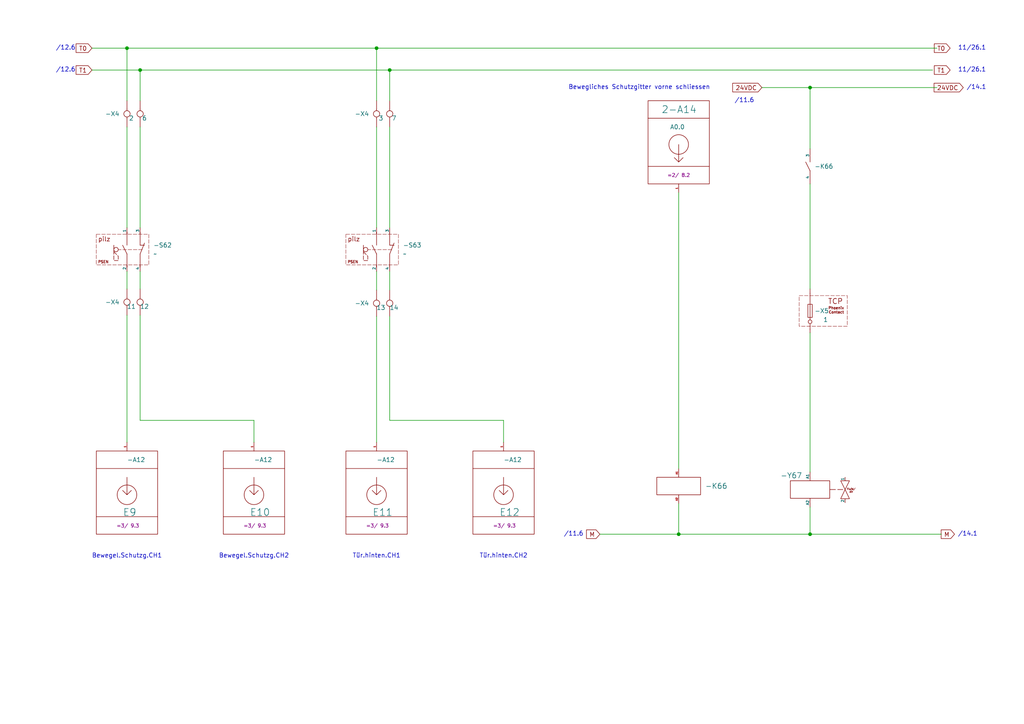
<source format=kicad_sch>
(kicad_sch (version 20250114) (generator "eeschema") (generator_version "9.0")
  (paper "A4")
  (title_block (comment 4 "3"))
  (lib_symbols
    (symbol "Verbinder_Standart_einfach_(X)_1" (pin_numbers (hide yes)) (pin_names (offset 0))
      (property "Reference" "-X" (at -4.572 2.794 0))
      (property "Nummer" "x" (at 3.048 3.048 0))
      (symbol "Verbinder_Standart_einfach_(X)_1_0_1"
        (polyline (pts (xy 0 1.27) (xy 0 1.016)))
        (circle (center 0 0) (radius 0.9158))
        (polyline (pts (xy 0 -1.27) (xy 0 -1.016)))
      )
      (symbol "Verbinder_Standart_einfach_(X)_1_1_1"
        (pin passive line (at 0 3.81 270) (length 2.54) (name "") (number ""))
        (pin passive line (at 0 -3.81 90) (length 2.54) (name "") (number ""))
      )
    )
    (symbol "Verbinder_Standart_einfach_(X)_2" (pin_numbers (hide yes)) (pin_names (offset 0))
      (property "Reference" "-X" (at -4.572 2.794 0))
      (property "Nummer" "x" (at 3.048 3.048 0))
      (symbol "Verbinder_Standart_einfach_(X)_2_0_1"
        (polyline (pts (xy 0 1.27) (xy 0 1.016)))
        (circle (center 0 0) (radius 0.9158))
        (polyline (pts (xy 0 -1.27) (xy 0 -1.016)))
      )
      (symbol "Verbinder_Standart_einfach_(X)_2_1_1"
        (pin passive line (at 0 3.81 270) (length 2.54) (name "") (number ""))
        (pin passive line (at 0 -3.81 90) (length 2.54) (name "") (number ""))
      )
    )
    (symbol "Verbinder_Standart_einfach_(X)_3" (pin_numbers (hide yes)) (pin_names (offset 0))
      (property "Reference" "-X" (at -4.572 2.794 0))
      (property "Nummer" "x" (at 3.048 3.048 0))
      (symbol "Verbinder_Standart_einfach_(X)_3_0_1"
        (polyline (pts (xy 0 1.27) (xy 0 1.016)))
        (circle (center 0 0) (radius 0.9158))
        (polyline (pts (xy 0 -1.27) (xy 0 -1.016)))
      )
      (symbol "Verbinder_Standart_einfach_(X)_3_1_1"
        (pin passive line (at 0 3.81 270) (length 2.54) (name "") (number ""))
        (pin passive line (at 0 -3.81 90) (length 2.54) (name "") (number ""))
      )
    )
    (symbol "Verbinder_Standart_einfach_(X)_4" (pin_numbers (hide yes)) (pin_names (offset 0))
      (property "Reference" "-X" (at -4.572 2.794 0))
      (property "Nummer" "x" (at 3.048 3.048 0))
      (symbol "Verbinder_Standart_einfach_(X)_4_0_1"
        (polyline (pts (xy 0 1.27) (xy 0 1.016)))
        (circle (center 0 0) (radius 0.9158))
        (polyline (pts (xy 0 -1.27) (xy 0 -1.016)))
      )
      (symbol "Verbinder_Standart_einfach_(X)_4_1_1"
        (pin passive line (at 0 3.81 270) (length 2.54) (name "") (number ""))
        (pin passive line (at 0 -3.81 90) (length 2.54) (name "") (number ""))
      )
    )
    (symbol "Verbinder_Standart_einfach_(X)_5" (pin_numbers (hide yes)) (pin_names (offset 0))
      (property "Reference" "-X" (at -4.572 2.794 0))
      (property "Nummer" "x" (at 3.048 3.048 0))
      (symbol "Verbinder_Standart_einfach_(X)_5_0_1"
        (polyline (pts (xy 0 1.27) (xy 0 1.016)))
        (circle (center 0 0) (radius 0.9158))
        (polyline (pts (xy 0 -1.27) (xy 0 -1.016)))
      )
      (symbol "Verbinder_Standart_einfach_(X)_5_1_1"
        (pin passive line (at 0 3.81 270) (length 2.54) (name "") (number ""))
        (pin passive line (at 0 -3.81 90) (length 2.54) (name "") (number ""))
      )
    )
    (symbol "Verbinder_Standart_einfach_(X)_6" (pin_numbers (hide yes)) (pin_names (offset 0))
      (property "Reference" "-X" (at -4.572 2.794 0))
      (property "Nummer" "x" (at 3.048 3.048 0))
      (symbol "Verbinder_Standart_einfach_(X)_6_0_1"
        (polyline (pts (xy 0 1.27) (xy 0 1.016)))
        (circle (center 0 0) (radius 0.9158))
        (polyline (pts (xy 0 -1.27) (xy 0 -1.016)))
      )
      (symbol "Verbinder_Standart_einfach_(X)_6_1_1"
        (pin passive line (at 0 3.81 270) (length 2.54) (name "") (number ""))
        (pin passive line (at 0 -3.81 90) (length 2.54) (name "") (number ""))
      )
    )
    (symbol "Verbinder_Standart_einfach_(X)_7" (pin_numbers (hide yes)) (pin_names (offset 0))
      (property "Reference" "-X" (at -4.572 2.794 0))
      (property "Nummer" "x" (at 3.048 3.048 0))
      (symbol "Verbinder_Standart_einfach_(X)_7_0_1"
        (polyline (pts (xy 0 1.27) (xy 0 1.016)))
        (circle (center 0 0) (radius 0.9158))
        (polyline (pts (xy 0 -1.27) (xy 0 -1.016)))
      )
      (symbol "Verbinder_Standart_einfach_(X)_7_1_1"
        (pin passive line (at 0 3.81 270) (length 2.54) (name "") (number ""))
        (pin passive line (at 0 -3.81 90) (length 2.54) (name "") (number ""))
      )
    )
    (symbol "standart:PLC_IN_(E)" (on_board no)
      (property "Reference" "-E" (at -6.35 10.16 0))
      (property "Target" "=Gruppe/ Seite.Pfad" (at 0.254 -8.382 0))
      (symbol "PLC_IN_(E)_0_1"
        (rectangle (start -8.89 12.7) (end 8.89 -11.43))
        (polyline (pts (xy -8.89 7.62) (xy 8.89 7.62)))
        (polyline (pts (xy -8.89 -6.35) (xy 8.89 -6.35)))
        (polyline (pts (xy 0 5.08) (xy 0 0) (xy 1.27 1.27) (xy 0 0) (xy -1.27 1.27)))
        (circle (center 0 0) (radius 2.8398))
      )
      (symbol "PLC_IN_(E)_1_1"
        (pin input line (at 0 15.24 270) (length 2.54) (name "") (number "1"))
      )
    )
    (symbol "standart:PLC_OUT_(A)" (on_board no)
      (property "Reference" "-A" (at -6.35 10.16 0))
      (property "Target" "=Gruppe/ Seite.Pfad" (at 0 -8.89 0))
      (symbol "PLC_OUT_(A)_0_1"
        (rectangle (start -8.89 12.7) (end 8.89 -11.43))
        (polyline (pts (xy -8.89 7.62) (xy 8.89 7.62)))
        (polyline (pts (xy -8.89 -6.35) (xy 8.89 -6.35)))
        (polyline (pts (xy 0 0) (xy 0 -5.08) (xy 1.27 -3.81) (xy 0 -5.08) (xy -1.27 -3.81)))
        (circle (center 0 0) (radius 2.8398))
      )
      (symbol "PLC_OUT_(A)_1_1"
        (pin output line (at 0 -13.97 90) (length 2.54) (name "") (number "1"))
      )
    )
    (symbol "standart:Relais_(K)_A1-A2" (pin_names (hide yes))
      (property "Reference" "-K" (at -4.572 5.842 0))
      (symbol "Relais_(K)_A1-A2_0_1"
        (rectangle (start -6.35 2.54) (end 6.35 -2.54))
      )
      (symbol "Relais_(K)_A1-A2_1_1"
        (pin passive line (at 0 5.08 270) (length 2.54) (name "") (number "A1"))
        (pin passive line (at 0 -5.08 90) (length 2.54) (name "") (number "A2"))
      )
    )
    (symbol "standart:Relais_(K)_NO" (pin_numbers (hide yes)) (pin_names (offset 0))
      (property "Reference" "-K" (at -4.318 4.318 0))
      (symbol "Relais_(K)_NO_0_1"
        (polyline (pts (xy 0 1.27) (xy 0 1.27)))
        (polyline (pts (xy 0 -1.27) (xy -1.27 1.27)))
      )
      (symbol "Relais_(K)_NO_1_1"
        (pin passive line (at 0 5.08 270) (length 3.81) (name "3") (number "3"))
        (pin passive line (at 0 -5.08 90) (length 3.81) (name "4") (number "4"))
      )
    )
    (symbol "standart:Sensor_(S)_PILZ_NO_NC" (pin_numbers (hide yes)) (pin_names (offset 0))
      (property "Reference" "-S" (at -8.128 6.096 0))
      (symbol "Sensor_(S)_PILZ_NO_NC_0_1"
        (polyline (pts (xy 0 1.27) (xy 0 1.27)))
        (polyline (pts (xy 0 -1.27) (xy -1.27 1.27)))
        (polyline (pts (xy 3.81 1.27) (xy 3.81 1.27)))
        (polyline (pts (xy 3.81 1.27) (xy 5.08 1.27)))
        (polyline (pts (xy 3.81 -1.27) (xy 5.08 1.905)))
      )
      (symbol "Sensor_(S)_PILZ_NO_NC_1_1"
        (rectangle (start -8.89 4.445) (end 6.35 -4.445) (stroke (width 0.1016) (type dash)))
        (polyline (pts (xy -3.81 1.27) (xy -3.81 -3.175) (xy -2.54 -3.175) (xy -2.54 -1.905) (xy -3.81 -0.635)) (fill (type color)))
        (circle (center -3.175 0) (radius 0.635))
        (polyline (pts (xy 0 1.27) (xy 0 5.08)))
        (polyline (pts (xy 0 -5.08) (xy 0 -1.27)))
        (polyline (pts (xy 3.81 1.27) (xy 3.81 5.08)))
        (polyline (pts (xy 3.81 -5.08) (xy 3.81 -1.27)))
        (polyline (pts (xy 4.445 0) (xy -2.54 0)) (stroke (width 0.1016) (type dash)))
        (text "PSEN" (at -6.858 -3.556 0) (effects (font (size 0.762 0.762))))
        (text "pilz" (at -6.604 3.048 0) (effects (font (size 1.27 1.27))))
        (pin passive line (at 0 6.35 270) (length 1.778) (name "1") (number "1"))
        (pin passive line (at 0 -6.35 90) (length 1.778) (name "2") (number "2"))
        (pin passive line (at 3.81 6.35 270) (length 1.778) (name "3") (number "3"))
        (pin passive line (at 3.81 -6.35 90) (length 1.778) (name "4") (number "4"))
      )
    )
    (symbol "standart:TCP_(X)" (pin_numbers (hide yes)) (pin_names (offset 0) (hide yes))
      (property "Reference" "-X" (at -9.398 7.366 0))
      (symbol "TCP_(X)_0_1"
        (polyline (pts (xy -3.81 -5.334) (xy -3.81 -3.81)))
      )
      (symbol "TCP_(X)_1_1"
        (rectangle (start -6.985 4.445) (end 6.985 -4.445) (stroke (width 0.1016) (type dash)))
        (rectangle (start -4.445 1.905) (end -3.175 -1.905))
        (circle (center -3.8101 -3.155) (radius 0.5341))
        (polyline (pts (xy -3.81 5.08) (xy -3.81 -2.54)))
        (text "TCP" (at 3.556 2.794 0) (effects (font (size 1.524 1.524))))
        (text "Phoenix\nContact" (at 6.096 0.254 0) (effects (font (size 0.762 0.762)) (justify right)))
        (pin passive line (at -3.81 6.35 270) (length 1.27) (name "") (number ""))
        (pin passive line (at -3.81 -6.35 90) (length 1.016) (name ".") (number ""))
      )
    )
    (symbol "standart:Ventil_(Y)" (pin_numbers (hide yes)) (pin_names (offset 0))
      (property "Reference" "-Y" (at -8.636 4.064 0))
      (symbol "Ventil_(Y)_0_1"
        (rectangle (start -5.715 2.54) (end 5.715 -2.54))
      )
      (symbol "Ventil_(Y)_1_1"
        (polyline (pts (xy 5.715 0) (xy 9.525 0)) (stroke (width 0) (type dash)))
        (polyline (pts (xy 10.16 0) (xy 8.8857 -2.6619) (xy 11.4257 -2.6619) (xy 10.16 0) (xy 8.89 2.54) (xy 11.43 2.54) (xy 10.16 0)))
        (text "Fluid/\nAir" (at 11.938 -0.254 0) (effects (font (size 0.508 0.508))))
        (pin passive line (at 0 5.08 270) (length 2.54) (name "A1") (number "A1"))
        (pin passive line (at 0 -5.08 90) (length 2.54) (name "A2") (number "A2"))
        (pin passive line (at 10.16 3.556 270) (length 1.016) (name "1") (number "1"))
        (pin passive line (at 10.16 -3.81 90) (length 1.016) (name "2") (number "2"))
      )
    )
    (symbol "standart:Verbinder_Standart_einfach_(X)" (pin_numbers (hide yes)) (pin_names (offset 0))
      (property "Reference" "-X" (at -4.572 2.794 0))
      (property "Nummer" "x" (at 3.048 3.048 0))
      (symbol "Verbinder_Standart_einfach_(X)_0_1"
        (polyline (pts (xy 0 1.27) (xy 0 1.016)))
        (circle (center 0 0) (radius 0.9158))
        (polyline (pts (xy 0 -1.27) (xy 0 -1.016)))
      )
      (symbol "Verbinder_Standart_einfach_(X)_1_1"
        (pin passive line (at 0 3.81 270) (length 2.54) (name "") (number ""))
        (pin passive line (at 0 -3.81 90) (length 2.54) (name "") (number ""))
      )
    )
  )
  (text "Tür.hinten.CH1" (at 109.22 161.29 0) (effects (font (size 1.27 1.27))))
  (text "/11.6" (at 166.37 154.94 0) (effects (font (size 1.27 1.27))))
  (text "/11.6" (at 215.9 29.21 0) (effects (font (size 1.27 1.27))))
  (text "Bewegliches Schutzgitter vorne schliessen" (at 185.42 25.4 0) (effects (font (size 1.27 1.27))))
  (text "Bewegel.Schutzg.CH2" (at 73.66 161.29 0) (effects (font (size 1.27 1.27))))
  (text "/14.1" (at 280.67 154.94 0) (effects (font (size 1.27 1.27))))
  (text "Bewegel.Schutzg.CH1" (at 36.83 161.29 0) (effects (font (size 1.27 1.27))))
  (text "/12.6" (at 19.05 13.97 0) (effects (font (size 1.27 1.27))))
  (text "11/26.1" (at 281.94 20.32 0) (effects (font (size 1.27 1.27))))
  (text "11/26.1" (at 281.94 13.97 0) (effects (font (size 1.27 1.27))))
  (text "Tür.hinten.CH2" (at 146.05 161.29 0) (effects (font (size 1.27 1.27))))
  (text "/12.6" (at 19.05 20.32 0) (effects (font (size 1.27 1.27))))
  (text "/14.1" (at 283.21 25.4 0) (effects (font (size 1.27 1.27))))
  (junction (at 40.64 20.32))
  (junction (at 196.85 154.94))
  (junction (at 36.83 13.97))
  (junction (at 113.03 20.32))
  (junction (at 234.95 25.4))
  (junction (at 109.22 13.97))
  (junction (at 234.95 154.94))
  (wire (pts (xy 113.03 20.32) (xy 270.51 20.32)))
  (wire (pts (xy 113.03 78.74) (xy 113.03 84.1392)))
  (wire (pts (xy 36.83 13.97) (xy 109.22 13.97)))
  (wire (pts (xy 40.64 20.32) (xy 113.03 20.32)))
  (wire (pts (xy 113.03 20.32) (xy 113.03 29.21)))
  (wire (pts (xy 196.85 55.88) (xy 196.85 135.89)))
  (wire (pts (xy 26.67 20.32) (xy 40.64 20.32)))
  (wire (pts (xy 40.64 121.92) (xy 73.66 121.92)))
  (wire (pts (xy 196.85 154.94) (xy 234.95 154.94)))
  (wire (pts (xy 173.99 154.94) (xy 196.85 154.94)))
  (wire (pts (xy 146.05 121.92) (xy 146.05 128.27)))
  (wire (pts (xy 234.95 25.4) (xy 234.95 43.18)))
  (wire (pts (xy 109.22 36.83) (xy 109.22 66.04)))
  (wire (pts (xy 196.85 146.05) (xy 196.85 154.94)))
  (wire (pts (xy 26.67 13.97) (xy 36.83 13.97)))
  (wire (pts (xy 40.64 36.83) (xy 40.64 66.04)))
  (wire (pts (xy 109.22 13.97) (xy 109.22 29.21)))
  (wire (pts (xy 36.83 13.97) (xy 36.83 29.21)))
  (wire (pts (xy 36.83 36.83) (xy 36.83 66.04)))
  (wire (pts (xy 113.03 91.7592) (xy 113.03 121.92)))
  (wire (pts (xy 40.64 91.44) (xy 40.64 121.92)))
  (wire (pts (xy 36.83 78.74) (xy 36.83 83.82)))
  (wire (pts (xy 36.83 91.44) (xy 36.83 128.27)))
  (wire (pts (xy 234.95 96.52) (xy 234.95 136.906)))
  (wire (pts (xy 109.22 78.74) (xy 109.22 84.1392)))
  (wire (pts (xy 40.64 20.32) (xy 40.64 29.21)))
  (wire (pts (xy 109.22 91.7592) (xy 109.22 128.27)))
  (wire (pts (xy 220.98 25.4) (xy 234.95 25.4)))
  (wire (pts (xy 113.03 36.83) (xy 113.03 66.04)))
  (wire (pts (xy 234.95 154.94) (xy 273.05 154.94)))
  (wire (pts (xy 73.66 121.92) (xy 73.66 128.27)))
  (wire (pts (xy 113.03 121.92) (xy 146.05 121.92)))
  (wire (pts (xy 40.64 78.74) (xy 40.64 83.82)))
  (wire (pts (xy 234.95 53.34) (xy 234.95 83.82)))
  (wire (pts (xy 234.95 147.066) (xy 234.95 154.94)))
  (wire (pts (xy 234.95 25.4) (xy 271.78 25.4)))
  (wire (pts (xy 109.22 13.97) (xy 271.78 13.97)))
  (global_label "24VDC" (shape input) (at 220.98 25.4 180) (property "Intersheetrefs" "${INTERSHEET_REFS}" (effects (hide yes))))
  (global_label "M" (shape input) (at 173.99 154.94 180) (property "Intersheetrefs" "${INTERSHEET_REFS}" (effects (hide yes))))
  (global_label "T0" (shape input) (at 275.59 13.97 180) (property "Intersheetrefs" "${INTERSHEET_REFS}" (effects (hide yes))))
  (global_label "T0" (shape input) (at 26.67 13.97 180) (property "Intersheetrefs" "${INTERSHEET_REFS}" (effects (hide yes))))
  (global_label "M" (shape input) (at 276.86 154.94 180) (property "Intersheetrefs" "${INTERSHEET_REFS}" (effects (hide yes))))
  (global_label "T1" (shape input) (at 26.67 20.32 180) (property "Intersheetrefs" "${INTERSHEET_REFS}" (effects (hide yes))))
  (global_label "24VDC" (shape input) (at 279.4 25.4 180) (property "Intersheetrefs" "${INTERSHEET_REFS}" (effects (hide yes))))
  (global_label "T1" (shape input) (at 275.59 20.32 180) (property "Intersheetrefs" "${INTERSHEET_REFS}" (effects (hide yes))))
  (symbol (lib_id "standart:Sensor_(S)_PILZ_NO_NC") (at 109.22 72.39 0) (unit 1)
    (property "Reference" "-S63" (at 116.84 71.1199 0) (effects (justify left)))
    (property "Value" "~" (at 116.84 73.6599 0) (effects (justify left)))
  )
  (symbol (lib_name "Verbinder_Standart_einfach_(X)_5") (lib_id "standart:Verbinder_Standart_einfach_(X)") (at 113.03 33.02 0) (unit 1)
    (property "Reference" "-X11" (effects (hide yes)))
    (property "Value" "7" (at 114.3 34.29 0))
    (property "Nummer" "x" (effects (hide yes)))
  )
  (symbol (lib_id "standart:PLC_IN_(E)") (at 36.83 143.51 0) (unit 1) (on_board no)
    (property "Reference" "E9" (at 35.56 148.59 0) (effects (font (size 2.032 2.032)) (justify left)))
    (property "Value" "-A12" (at 36.83 133.35 0) (effects (justify left)))
    (property "Target" "=3/ 9.3" (at 37.084 151.892 0) (effects (font (size 1.016 1.016)) (justify top)))
  )
  (symbol (lib_name "Verbinder_Standart_einfach_(X)_7") (lib_id "standart:Verbinder_Standart_einfach_(X)") (at 113.03 87.9492 0) (unit 1)
    (property "Reference" "-X12" (effects (hide yes)))
    (property "Value" "14" (at 114.3 89.2192 0))
    (property "Nummer" "x" (effects (hide yes)))
  )
  (symbol (lib_id "standart:PLC_IN_(E)") (at 73.66 143.51 0) (unit 1) (on_board no)
    (property "Reference" "E10" (at 72.39 148.59 0) (effects (font (size 2.032 2.032)) (justify left)))
    (property "Value" "-A12" (at 73.66 133.35 0) (effects (justify left)))
    (property "Target" "=3/ 9.3" (at 73.914 151.892 0) (effects (font (size 1.016 1.016)) (justify top)))
  )
  (symbol (lib_id "standart:Sensor_(S)_PILZ_NO_NC") (at 36.83 72.39 0) (unit 1)
    (property "Reference" "-S62" (at 44.45 71.1199 0) (effects (justify left)))
    (property "Value" "~" (at 44.45 73.6599 0) (effects (justify left)))
  )
  (symbol (lib_id "standart:Relais_(K)_NO") (at 234.95 48.26 0) (unit 1)
    (property "Reference" "-K66" (at 236.22 48.2599 0) (effects (justify left)))
  )
  (symbol (lib_id "standart:PLC_IN_(E)") (at 109.22 143.51 0) (unit 1) (on_board no)
    (property "Reference" "E11" (at 107.95 148.59 0) (effects (font (size 2.032 2.032)) (justify left)))
    (property "Value" "-A12" (at 109.22 133.35 0) (effects (justify left)))
    (property "Target" "=3/ 9.3" (at 109.474 151.892 0) (effects (font (size 1.016 1.016)) (justify top)))
  )
  (symbol (lib_id "standart:PLC_OUT_(A)") (at 196.85 41.91 0) (unit 1) (on_board no)
    (property "Reference" "2-A14" (at 191.77 31.75 0) (effects (font (size 2.032 2.032)) (justify left)))
    (property "Value" "A0.0" (at 194.31 36.83 0) (effects (justify left)))
    (property "Target" "=2/ 8.2" (at 196.85 50.8 0) (effects (font (size 1.016 1.016))))
  )
  (symbol (lib_id "standart:TCP_(X)") (at 238.76 90.17 0) (unit 1)
    (property "Reference" "-X5" (at 236.22 90.17 0) (effects (justify left)))
    (property "Value" "1" (at 238.76 92.71 0) (effects (justify left)))
  )
  (symbol (lib_id "standart:Ventil_(Y)") (at 234.95 141.986 0) (unit 1)
    (property "Reference" "-Y67" (at 226.314 137.922 0) (effects (font (size 1.524 1.524)) (justify left)))
    (property "Description" "Elektromagnetisches Ventil für Hydraulik und Pneumatik" (effects (hide yes)))
  )
  (symbol (lib_id "standart:Verbinder_Standart_einfach_(X)") (at 36.83 33.02 0) (unit 1)
    (property "Reference" "-X4" (at 30.48 33.02 0) (effects (justify left)))
    (property "Value" "2" (at 38.1 34.29 0))
    (property "Nummer" "x" (effects (hide yes)))
  )
  (symbol (lib_id "standart:PLC_IN_(E)") (at 146.05 143.51 0) (unit 1) (on_board no)
    (property "Reference" "E12" (at 144.78 148.59 0) (effects (font (size 2.032 2.032)) (justify left)))
    (property "Value" "-A12" (at 146.05 133.35 0) (effects (justify left)))
    (property "Target" "=3/ 9.3" (at 146.304 151.892 0) (effects (font (size 1.016 1.016)) (justify top)))
  )
  (symbol (lib_name "Verbinder_Standart_einfach_(X)_1") (lib_id "standart:Verbinder_Standart_einfach_(X)") (at 40.64 33.02 0) (unit 1)
    (property "Reference" "-X6" (effects (hide yes)))
    (property "Value" "6" (at 41.91 34.29 0))
    (property "Nummer" "x" (effects (hide yes)))
  )
  (symbol (lib_name "Verbinder_Standart_einfach_(X)_6") (lib_id "standart:Verbinder_Standart_einfach_(X)") (at 109.22 87.9492 0) (unit 1)
    (property "Reference" "-X4" (at 102.87 87.9492 0) (effects (justify left)))
    (property "Value" "13" (at 110.49 89.2192 0))
    (property "Nummer" "x" (effects (hide yes)))
  )
  (symbol (lib_name "Verbinder_Standart_einfach_(X)_3") (lib_id "standart:Verbinder_Standart_einfach_(X)") (at 40.64 87.63 0) (unit 1)
    (property "Reference" "-X7" (effects (hide yes)))
    (property "Value" "12" (at 41.91 88.9 0))
    (property "Nummer" "x" (effects (hide yes)))
  )
  (symbol (lib_name "Verbinder_Standart_einfach_(X)_4") (lib_id "standart:Verbinder_Standart_einfach_(X)") (at 109.22 33.02 0) (unit 1)
    (property "Reference" "-X4" (at 102.87 33.02 0) (effects (justify left)))
    (property "Value" "3" (at 110.49 34.29 0))
    (property "Nummer" "x" (effects (hide yes)))
  )
  (symbol (lib_name "Verbinder_Standart_einfach_(X)_2") (lib_id "standart:Verbinder_Standart_einfach_(X)") (at 36.83 87.63 0) (unit 1)
    (property "Reference" "-X4" (at 30.48 87.63 0) (effects (justify left)))
    (property "Value" "11" (at 38.1 88.9 0))
    (property "Nummer" "x" (effects (hide yes)))
  )
  (symbol (lib_id "standart:Relais_(K)_A1-A2") (at 196.85 140.97 0) (unit 1)
    (property "Reference" "-K66" (at 204.47 140.9699 0) (effects (font (size 1.524 1.524)) (justify left)))
  )
)
</source>
